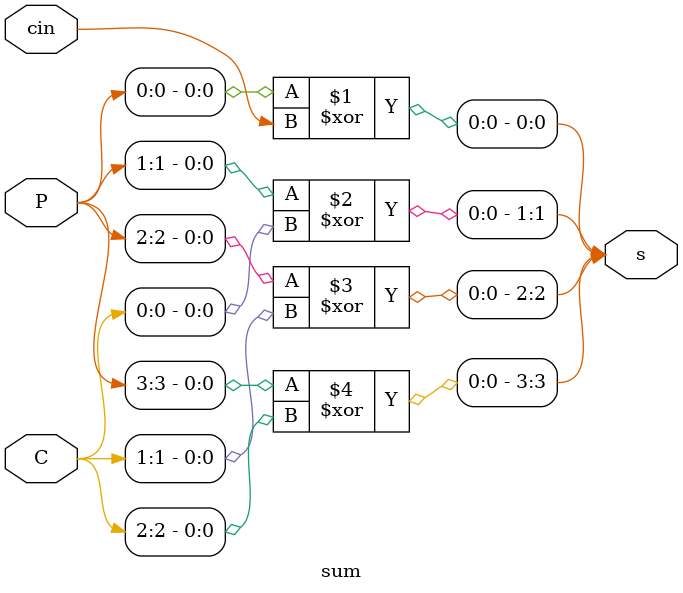
<source format=v>
`timescale 1ns / 1ps

// Design Name: 
// Module Name: BKA8
// Project Name: 
// Target Devices: 
// Tool Versions: 
// Description: 
// 
// Dependencies: // Company: 
// Engineer: 
// 
// Create Date: 28.11.2023 20:00:58
// 
// Revision:
// Revision 0.01 - File Created
// Additional Comments:
// 
//////////////////////////////////////////////////////////////////////////////////

/////////////////////////////
//module BKadd8(a,b,cin,s,cout);
//input[7:0] a,b; input cin;
//output[7:0] s; output cout;
//wire[7:0] P,G; wire[10:0] ip,ig; wire[6:0] C;
//stage0 s0(P,G,a,b);
//stage1 s1(ip[3:0],ig[3:0],P,G);
//stage2 s2(ip[5:4],ig[5:4],ip[3:0],ig[3:0]);
//stage3 s3(ip[6],ig[6],ip[5:4],ig[5:4]);
//stage4 s4(ip[9:7],ig[9:7],ip[0],P[2],ip[4],P[4],ip[2],ig[0],G[2],ig[4],G[4],ig[2]);
//stage5 s5(ip[10],ig[10],ip[9],P[6],ig[9],G[6]);
//carry  c6(C,cout,cin,ip,ig,P[0],G[0]);
//sum    s7(s,C,cin,P);
//endmodule

//module stage0(P,G,a,b);
//input[7:0] a, b;
//output[7:0] P, G;
//assign P[0]=a[0]^b[0], P[1]=a[1]^b[1], P[2]=a[2]^b[2], P[3]=a[3]^b[3], P[4]=a[4]^b[4], P[5]=a[5]^b[5], P[6]=a[6]^b[6], P[7]=a[7]^b[7],
//       G[0]=a[0]&b[0], G[1]=a[1]&b[1], G[2]=a[2]&b[2], G[3]=a[3]&b[3], G[4]=a[4]&b[4], G[5]=a[5]&b[5], G[6]=a[6]&b[6], G[7]=a[7]&b[7];    
//endmodule

//module stage1(ip,ig,p,g);
//input[7:0] p,g;
//output[3:0] ip,ig;
//assign ip[0]=p[0]&p[1], ip[1]=p[2]&p[3], ip[2]=p[4]&p[5], ip[3]=p[6]&p[7],
//       ig[0]=g[1]|(g[0]&p[1]), ig[1]=g[3]|(g[2]&p[3]), ig[2]=g[5]|(g[4]&p[5]), ig[3]=g[7]|(g[6]&p[7]);
//endmodule


//module stage2(ip,ig,p,g);
//input[3:0] p,g;
//output[1:0] ip,ig;
//assign ip[0]=p[0]&p[1], ip[1]=p[2]&p[3], ig[0]=g[1]|(g[0]&p[1]), ig[1]=g[3]|(g[2]&p[3]);
//endmodule


//module stage3(ip,ig,p,g);
//input[1:0] p,g;
//output ip,ig;
//assign ip=p[0]&p[1], ig=g[1]|(g[0]&p[1]);
//endmodule


//module stage4(ip,ig,ip0,P2,ip4,P4,ip2,ig0,G2,ig4,G4,ig2);
//input ip0,P2,ip4,P4,ip2,ig0,G2,ig4,G4,ig2;
//output[2:0] ip,ig;
//assign ip[0]=ip0&P2, ip[1]=ip4&P4, ip[2]=ip4&ip2,
//       ig[0]=G2|(ig0&P2), ig[1]=G4|(ig4&P4), ig[2]=ig2|(ig4&ip2);
//endmodule


//module stage5(ip,ig,ip9,P6,ig9,G6);
//input ip9,P6,ig9,G6;
//output ip,ig;
//assign ip=ip9&P6, ig=G6|(ig9&P6);
//endmodule


//module carry(C,cout,cin,ip,ig,P0,G0);
//input cin,P0,G0; input[10:0] ip,ig;
//output[6:0] C; output cout;
//assign C[0]=G0|(P0&cin), C[1]=ig[0]|(ip[0]&cin), C[2]=ig[7]|(ip[7]&cin), C[3]=ig[4]|(ip[4]&cin),
//       C[4]=ig[8]|(ip[8]&cin), C[5]=ig[9]|(ip[9]&cin), C[6]=ig[10]|(ip[10]&cin), cout=ig[6]|(ip[6]&cin);
//endmodule


//module sum(s,C,cin,P);
//input[6:0] C; input[7:0] P; input cin;
//output[7:0] s;
//assign s[0]=P[0]^cin, s[1]=P[1]^C[0], s[2]=P[2]^C[1], s[3]=P[3]^C[2],
//       s[4]=P[4]^C[3], s[5]=P[5]^C[4], s[6]=P[6]^C[5], s[7]=P[7]^C[6];
//endmodule
//

module BKA4(a,b,cin,s,cout);
input[3:0] a,b; input cin;
output[3:0] s; output cout;
wire[3:0] P,G; wire[3:0] ip,ig; wire[2:0] C;
stage0 s0(P,G,a,b);
stage1 s1(ip[1:0],ig[1:0],P,G);
stage2 s2(ip[3],ig[3],ip[1:0],ig[1:0]);
stage3 s3(ip[2],ig[2],P[2],G[2],ip[0],ig[0]);
carry  c4(C,cout,cin,ip,ig,P[0],G[0]);
sum    s5(s,C,cin,P);
endmodule

module stage0(P,G,a,b);
input[7:0] a, b;
output[7:0] P, G;
assign P[0]=a[0]^b[0], P[1]=a[1]^b[1], P[2]=a[2]^b[2], P[3]=a[3]^b[3],
       G[0]=a[0]&b[0], G[1]=a[1]&b[1], G[2]=a[2]&b[2], G[3]=a[3]&b[3]; 
endmodule

module stage1(ip,ig,p,g);
input[3:0] p,g;
output[1:0] ip,ig;
assign ip[0]=p[0]&p[1], ip[1]=p[2]&p[3],
       ig[0]=g[1]|(g[0]&p[1]), ig[1]=g[3]|(g[2]&p[3]);
endmodule

module stage2(ip,ig,p,g);
input[1:0] p,g;
output ip,ig;
assign ip=p[0]&p[1], ig=g[1]|(g[0]&p[1]);
endmodule


module stage3(ip,ig,P2,G2,p0,g0);
input  P2,G2,p0,g0;
output ip,ig;
assign ip=P2&p0, ig=G2|(g0&P2);
endmodule

module carry(C,cout,cin,ip,ig,P0,G0);
input cin,P0,G0; input[3:0] ip,ig;
output[2:0] C; output cout;
assign C[0]=G0|(P0&cin), C[1]=ig[0]|(ip[0]&cin), C[2]=ig[2]|(ip[2]&cin),cout=ig[3]|(ip[3]&cin);
endmodule


module sum(s,C,cin,P);
input[2:0] C; input[3:0] P; input cin;
output[3:0] s;
assign s[0]=P[0]^cin, s[1]=P[1]^C[0], s[2]=P[2]^C[1], s[3]=P[3]^C[2];
endmodule


</source>
